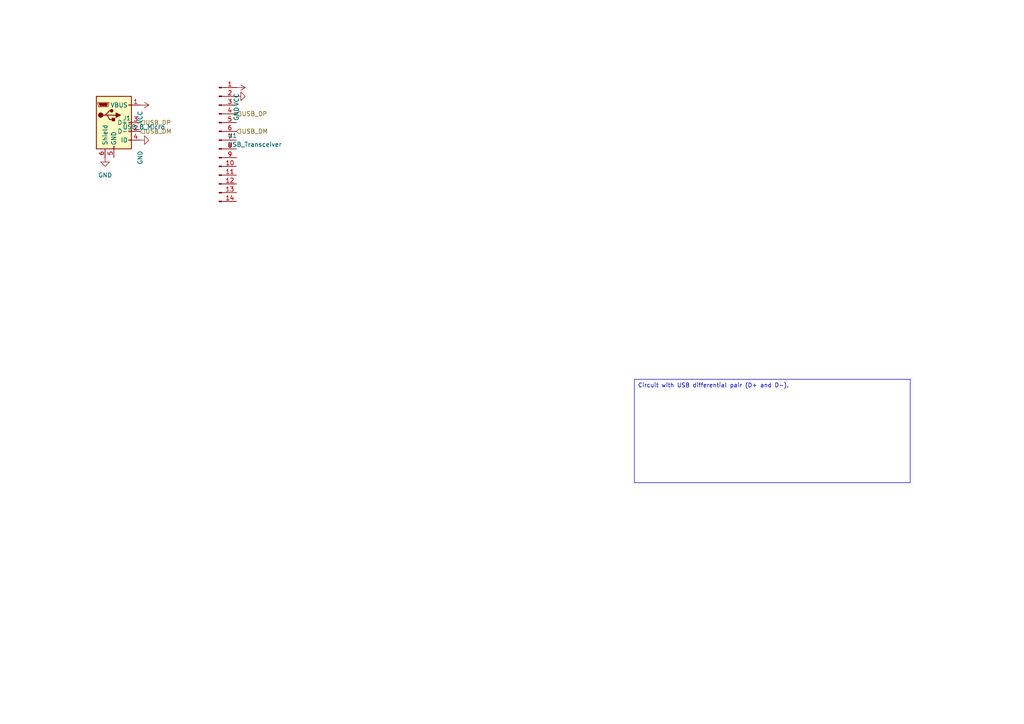
<source format=kicad_sch>
(kicad_sch (version 20250114) (generator "circuit_synth") (generator_version "0.8.36")
  (paper "A4")
  (title_block (title "usb_differential_pair"))
  (lib_symbols
    (symbol "Connector:USB_B_Micro" (pin_names (offset 1.016))
      (property "Reference" "J" (at -5.08 11.43 0))
      (property "Value" "USB_B_Micro" (at -5.08 8.89 0))
      (symbol "USB_B_Micro_0_1"
        (rectangle (start -5.08 -7.62) (end 5.08 7.62) (stroke (width 0.254)) (fill (type background)))
        (polyline (pts (xy -4.699 5.842) (xy -4.699 5.588) (xy -4.445 4.826) (xy -4.445 4.572) (xy -1.651 4.572) (xy -1.651 4.826) (xy -1.397 5.588) (xy -1.397 5.842) (xy -4.699 5.842)))
        (polyline (pts (xy -4.318 5.588) (xy -1.778 5.588) (xy -2.032 4.826) (xy -4.064 4.826) (xy -4.318 5.588)) (fill (type outline)))
        (circle (center -3.81 2.159) (radius 0.635) (stroke (width 0.254)) (fill (type outline)))
        (polyline (pts (xy -3.175 2.159) (xy -2.54 2.159) (xy -1.27 3.429) (xy -0.635 3.429)) (stroke (width 0.254)))
        (polyline (pts (xy -2.54 2.159) (xy -1.905 2.159) (xy -1.27 0.889) (xy 0 0.889)) (stroke (width 0.254)))
        (polyline (pts (xy -1.905 2.159) (xy 0.635 2.159)) (stroke (width 0.254)))
        (circle (center -0.635 3.429) (radius 0.381) (stroke (width 0.254)) (fill (type outline)))
        (rectangle (start -0.127 -7.62) (end 0.127 -6.858))
        (rectangle (start 0.254 1.27) (end -0.508 0.508) (stroke (width 0.254)) (fill (type outline)))
        (polyline (pts (xy 0.635 2.794) (xy 0.635 1.524) (xy 1.905 2.159) (xy 0.635 2.794)) (stroke (width 0.254)) (fill (type outline)))
        (rectangle (start 5.08 4.953) (end 4.318 5.207))
        (rectangle (start 5.08 -0.127) (end 4.318 0.127))
        (rectangle (start 5.08 -2.667) (end 4.318 -2.413))
        (rectangle (start 5.08 -5.207) (end 4.318 -4.953))
      )
      (symbol "USB_B_Micro_1_1"
        (pin passive line (at -2.54 -10.16 90) (length 2.54) (name "Shield") (number "6"))
        (pin power_out line (at 0 -10.16 90) (length 2.54) (name "GND") (number "5"))
        (pin power_out line (at 7.62 5.08 180) (length 2.54) (name "VBUS") (number "1"))
        (pin bidirectional line (at 7.62 0 180) (length 2.54) (name "D+") (number "3"))
        (pin bidirectional line (at 7.62 -2.54 180) (length 2.54) (name "D-") (number "2"))
        (pin passive line (at 7.62 -5.08 180) (length 2.54) (name "ID") (number "4"))
      )
    )
    (symbol "Connector:Conn_01x14_Pin" (pin_names (offset 1.016) (hide yes))
      (property "Reference" "J" (at 0 17.78 0))
      (property "Value" "Conn_01x14_Pin" (at 0 -20.32 0))
      (symbol "Conn_01x14_Pin_1_1"
        (rectangle (start 0.8636 15.367) (end 0 15.113) (stroke (width 0.1524)) (fill (type outline)))
        (rectangle (start 0.8636 12.827) (end 0 12.573) (stroke (width 0.1524)) (fill (type outline)))
        (rectangle (start 0.8636 10.287) (end 0 10.033) (stroke (width 0.1524)) (fill (type outline)))
        (rectangle (start 0.8636 7.747) (end 0 7.493) (stroke (width 0.1524)) (fill (type outline)))
        (rectangle (start 0.8636 5.207) (end 0 4.953) (stroke (width 0.1524)) (fill (type outline)))
        (rectangle (start 0.8636 2.667) (end 0 2.413) (stroke (width 0.1524)) (fill (type outline)))
        (rectangle (start 0.8636 0.127) (end 0 -0.127) (stroke (width 0.1524)) (fill (type outline)))
        (rectangle (start 0.8636 -2.413) (end 0 -2.667) (stroke (width 0.1524)) (fill (type outline)))
        (rectangle (start 0.8636 -4.953) (end 0 -5.207) (stroke (width 0.1524)) (fill (type outline)))
        (rectangle (start 0.8636 -7.493) (end 0 -7.747) (stroke (width 0.1524)) (fill (type outline)))
        (rectangle (start 0.8636 -10.033) (end 0 -10.287) (stroke (width 0.1524)) (fill (type outline)))
        (rectangle (start 0.8636 -12.573) (end 0 -12.827) (stroke (width 0.1524)) (fill (type outline)))
        (rectangle (start 0.8636 -15.113) (end 0 -15.367) (stroke (width 0.1524)) (fill (type outline)))
        (rectangle (start 0.8636 -17.653) (end 0 -17.907) (stroke (width 0.1524)) (fill (type outline)))
        (polyline (pts (xy 1.27 15.24) (xy 0.8636 15.24)) (stroke (width 0.1524)))
        (polyline (pts (xy 1.27 12.7) (xy 0.8636 12.7)) (stroke (width 0.1524)))
        (polyline (pts (xy 1.27 10.16) (xy 0.8636 10.16)) (stroke (width 0.1524)))
        (polyline (pts (xy 1.27 7.62) (xy 0.8636 7.62)) (stroke (width 0.1524)))
        (polyline (pts (xy 1.27 5.08) (xy 0.8636 5.08)) (stroke (width 0.1524)))
        (polyline (pts (xy 1.27 2.54) (xy 0.8636 2.54)) (stroke (width 0.1524)))
        (polyline (pts (xy 1.27 0) (xy 0.8636 0)) (stroke (width 0.1524)))
        (polyline (pts (xy 1.27 -2.54) (xy 0.8636 -2.54)) (stroke (width 0.1524)))
        (polyline (pts (xy 1.27 -5.08) (xy 0.8636 -5.08)) (stroke (width 0.1524)))
        (polyline (pts (xy 1.27 -7.62) (xy 0.8636 -7.62)) (stroke (width 0.1524)))
        (polyline (pts (xy 1.27 -10.16) (xy 0.8636 -10.16)) (stroke (width 0.1524)))
        (polyline (pts (xy 1.27 -12.7) (xy 0.8636 -12.7)) (stroke (width 0.1524)))
        (polyline (pts (xy 1.27 -15.24) (xy 0.8636 -15.24)) (stroke (width 0.1524)))
        (polyline (pts (xy 1.27 -17.78) (xy 0.8636 -17.78)) (stroke (width 0.1524)))
        (pin passive line (at 5.08 15.24 180) (length 3.81) (name "Pin_1") (number "1"))
        (pin passive line (at 5.08 12.7 180) (length 3.81) (name "Pin_2") (number "2"))
        (pin passive line (at 5.08 10.16 180) (length 3.81) (name "Pin_3") (number "3"))
        (pin passive line (at 5.08 7.62 180) (length 3.81) (name "Pin_4") (number "4"))
        (pin passive line (at 5.08 5.08 180) (length 3.81) (name "Pin_5") (number "5"))
        (pin passive line (at 5.08 2.54 180) (length 3.81) (name "Pin_6") (number "6"))
        (pin passive line (at 5.08 0 180) (length 3.81) (name "Pin_7") (number "7"))
        (pin passive line (at 5.08 -2.54 180) (length 3.81) (name "Pin_8") (number "8"))
        (pin passive line (at 5.08 -5.08 180) (length 3.81) (name "Pin_9") (number "9"))
        (pin passive line (at 5.08 -7.62 180) (length 3.81) (name "Pin_10") (number "10"))
        (pin passive line (at 5.08 -10.16 180) (length 3.81) (name "Pin_11") (number "11"))
        (pin passive line (at 5.08 -12.7 180) (length 3.81) (name "Pin_12") (number "12"))
        (pin passive line (at 5.08 -15.24 180) (length 3.81) (name "Pin_13") (number "13"))
        (pin passive line (at 5.08 -17.78 180) (length 3.81) (name "Pin_14") (number "14"))
      )
    )
    (symbol "power:GND" (power) (pin_numbers (hide yes)) (pin_names (offset 0) (hide yes))
      (property "Value" "GND" (at 0 -3.81 0))
      (symbol "GND_0_1"
        (polyline (pts (xy 0 0) (xy 0 -1.27) (xy 1.27 -1.27) (xy 0 -2.54) (xy -1.27 -1.27) (xy 0 -1.27)))
      )
      (symbol "GND_1_1"
        (pin power_in line (at 0 0 270) (length 0) (name "~") (number "1"))
      )
    )
    (symbol "power:VCC" (power) (pin_numbers (hide yes)) (pin_names (offset 0) (hide yes))
      (property "Value" "VCC" (at 0 3.556 0))
      (symbol "VCC_0_1"
        (polyline (pts (xy -0.762 1.27) (xy 0 2.54)))
        (polyline (pts (xy 0 2.54) (xy 0.762 1.27)))
        (polyline (pts (xy 0 0) (xy 0 2.54)))
      )
      (symbol "VCC_1_1"
        (pin power_in line (at 0 0 90) (length 0) (name "~") (number "1"))
      )
    )
  )
  (symbol (lib_id "Connector:USB_B_Micro") (at 33.02 35.56 0) (unit 1)
    (property "Reference" "J1" (at 35.56 34.2899 0) (effects (justify left)))
    (property "Value" "USB_B_Micro" (at 35.56 36.8299 0) (effects (justify left)))
    (property "Footprint" "Connector_USB:USB_Micro-B_Amphenol_10104110-0001LF" (effects (hide yes)))
    (property "hierarchy_path" "/a3d4eddd-b6fe-4600-a9e8-246fa4b5fc48" (effects (hide yes)))
    (property "project_name" "usb_differential_pair" (effects (hide yes)))
    (property "root_uuid" "a3d4eddd-b6fe-4600-a9e8-246fa4b5fc48" (effects (hide yes)))
  )
  (symbol (lib_id "Connector:Conn_01x14_Pin") (at 63.5 40.64 0) (unit 1)
    (property "Reference" "U1" (at 66.04 39.3699 0) (effects (justify left)))
    (property "Value" "USB_Transceiver" (at 66.04 41.9099 0) (effects (justify left)))
    (property "Footprint" "Connector_PinHeader_2.54mm:PinHeader_1x14_P2.54mm_Vertical" (effects (hide yes)))
    (property "hierarchy_path" "/a3d4eddd-b6fe-4600-a9e8-246fa4b5fc48" (effects (hide yes)))
    (property "project_name" "usb_differential_pair" (effects (hide yes)))
    (property "root_uuid" "a3d4eddd-b6fe-4600-a9e8-246fa4b5fc48" (effects (hide yes)))
  )
  (symbol (lib_id "power:GND") (at 30.48 45.72 0) (unit 1)
    (property "Reference" "#PWR001" (effects (hide yes)))
    (property "Value" "GND" (at 30.48 50.8 0))
  )
  (symbol (lib_id "power:GND") (at 40.64 40.64 90) (unit 1)
    (property "Reference" "#PWR002" (effects (hide yes)))
    (property "Value" "GND" (at 40.64 45.72 0))
  )
  (symbol (lib_id "power:GND") (at 68.58 27.94 90) (unit 1)
    (property "Reference" "#PWR003" (effects (hide yes)))
    (property "Value" "GND" (at 68.58 33.02 0))
  )
  (symbol (lib_id "power:VCC") (at 40.64 30.48 270) (unit 1)
    (property "Reference" "#PWR004" (effects (hide yes)))
    (property "Value" "VCC" (at 40.64 34.036 0))
  )
  (symbol (lib_id "power:VCC") (at 68.58 25.4 270) (unit 1)
    (property "Reference" "#PWR005" (effects (hide yes)))
    (property "Value" "VCC" (at 68.58 28.956 0))
  )
  (hierarchical_label "USB_DP" (shape input) (at 40.64 35.56 0.0000))
  (hierarchical_label "USB_DP" (shape input) (at 68.58 33.02 0.0000))
  (hierarchical_label "USB_DM" (shape input) (at 40.64 38.1 0.0000))
  (hierarchical_label "USB_DM" (shape input) (at 68.58 38.1 0.0000))
  (text_box "Circuit with USB differential pair (D+ and D-)." (at 184 110 0) (size 80 30) (margins 1 1 1 1) (effects (font (size 1.2 1.2)) (justify left top)))
)
</source>
